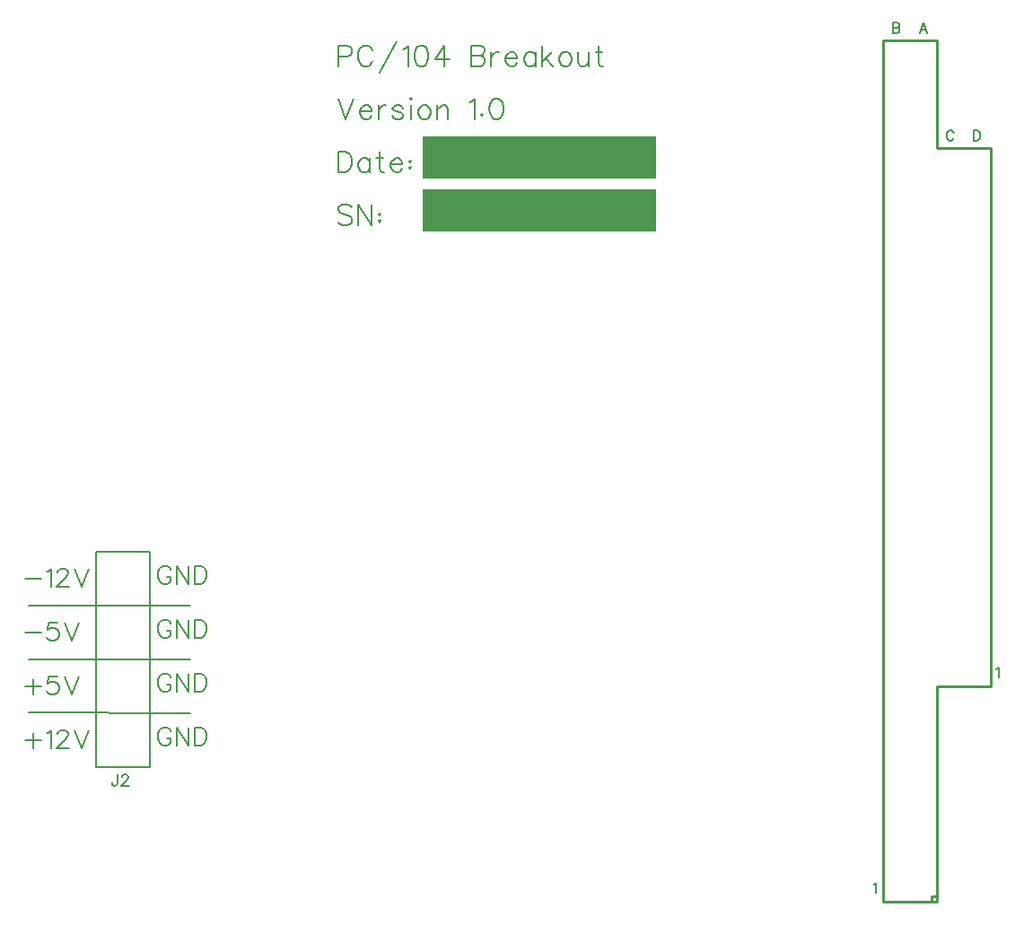
<source format=gto>
G04 Layer: TopSilkscreenLayer*
G04 EasyEDA v6.5.20, 2023-08-23 00:17:06*
G04 a67cddfb3fce44daa9051d46cbbcc19f,10*
G04 Gerber Generator version 0.2*
G04 Scale: 100 percent, Rotated: No, Reflected: No *
G04 Dimensions in millimeters *
G04 leading zeros omitted , absolute positions ,4 integer and 5 decimal *
%FSLAX45Y45*%
%MOMM*%

%ADD10C,0.2032*%
%ADD11C,0.1524*%
%ADD12C,0.2000*%
%ADD13C,0.2540*%

%LPD*%
D10*
X173736Y2103120D02*
G01*
X173736Y1955800D01*
X100076Y2029460D02*
G01*
X247395Y2029460D01*
X301244Y2094992D02*
G01*
X317754Y2103120D01*
X342137Y2127757D01*
X342137Y1955800D01*
X404368Y2086610D02*
G01*
X404368Y2094992D01*
X412495Y2111247D01*
X420623Y2119376D01*
X437134Y2127757D01*
X469900Y2127757D01*
X486155Y2119376D01*
X494284Y2111247D01*
X502665Y2094992D01*
X502665Y2078481D01*
X494284Y2062226D01*
X478028Y2037587D01*
X396239Y1955800D01*
X510794Y1955800D01*
X564642Y2127757D02*
G01*
X630173Y1955800D01*
X695705Y2127757D02*
G01*
X630173Y1955800D01*
X173736Y2611120D02*
G01*
X173736Y2463800D01*
X100076Y2537460D02*
G01*
X247395Y2537460D01*
X399542Y2635757D02*
G01*
X317754Y2635757D01*
X309371Y2562097D01*
X317754Y2570226D01*
X342137Y2578354D01*
X366776Y2578354D01*
X391160Y2570226D01*
X407670Y2553715D01*
X415797Y2529331D01*
X415797Y2512821D01*
X407670Y2488437D01*
X391160Y2471928D01*
X366776Y2463800D01*
X342137Y2463800D01*
X317754Y2471928D01*
X309371Y2480055D01*
X301244Y2496565D01*
X469900Y2635757D02*
G01*
X535178Y2463800D01*
X600710Y2635757D02*
G01*
X535178Y2463800D01*
X100076Y3045460D02*
G01*
X247395Y3045460D01*
X399542Y3143757D02*
G01*
X317754Y3143757D01*
X309371Y3070097D01*
X317754Y3078226D01*
X342137Y3086354D01*
X366776Y3086354D01*
X391160Y3078226D01*
X407670Y3061715D01*
X415797Y3037331D01*
X415797Y3020821D01*
X407670Y2996437D01*
X391160Y2979928D01*
X366776Y2971800D01*
X342137Y2971800D01*
X317754Y2979928D01*
X309371Y2988055D01*
X301244Y3004565D01*
X469900Y3143757D02*
G01*
X535178Y2971800D01*
X600710Y3143757D02*
G01*
X535178Y2971800D01*
X100076Y3553460D02*
G01*
X247395Y3553460D01*
X301244Y3618992D02*
G01*
X317754Y3627120D01*
X342137Y3651504D01*
X342137Y3479800D01*
X404368Y3610610D02*
G01*
X404368Y3618992D01*
X412495Y3635247D01*
X420623Y3643376D01*
X437134Y3651504D01*
X469900Y3651504D01*
X486155Y3643376D01*
X494284Y3635247D01*
X502665Y3618992D01*
X502665Y3602481D01*
X494284Y3586226D01*
X478028Y3561587D01*
X396239Y3479800D01*
X510794Y3479800D01*
X564642Y3651504D02*
G01*
X630173Y3479800D01*
X695705Y3651504D02*
G01*
X630173Y3479800D01*
X1472692Y3128771D02*
G01*
X1464563Y3145028D01*
X1448054Y3161537D01*
X1431797Y3169665D01*
X1399031Y3169665D01*
X1382776Y3161537D01*
X1366265Y3145028D01*
X1358137Y3128771D01*
X1350010Y3104134D01*
X1350010Y3063239D01*
X1358137Y3038602D01*
X1366265Y3022345D01*
X1382776Y3006089D01*
X1399031Y2997707D01*
X1431797Y2997707D01*
X1448054Y3006089D01*
X1464563Y3022345D01*
X1472692Y3038602D01*
X1472692Y3063239D01*
X1431797Y3063239D02*
G01*
X1472692Y3063239D01*
X1526794Y3169665D02*
G01*
X1526794Y2997707D01*
X1526794Y3169665D02*
G01*
X1641347Y2997707D01*
X1641347Y3169665D02*
G01*
X1641347Y2997707D01*
X1695195Y3169665D02*
G01*
X1695195Y2997707D01*
X1695195Y3169665D02*
G01*
X1752600Y3169665D01*
X1776984Y3161537D01*
X1793494Y3145028D01*
X1801621Y3128771D01*
X1809750Y3104134D01*
X1809750Y3063239D01*
X1801621Y3038602D01*
X1793494Y3022345D01*
X1776984Y3006089D01*
X1752600Y2997707D01*
X1695195Y2997707D01*
X1472692Y3636771D02*
G01*
X1464563Y3653028D01*
X1448054Y3669537D01*
X1431797Y3677665D01*
X1399031Y3677665D01*
X1382776Y3669537D01*
X1366265Y3653028D01*
X1358137Y3636771D01*
X1350010Y3612134D01*
X1350010Y3571239D01*
X1358137Y3546602D01*
X1366265Y3530345D01*
X1382776Y3514089D01*
X1399031Y3505707D01*
X1431797Y3505707D01*
X1448054Y3514089D01*
X1464563Y3530345D01*
X1472692Y3546602D01*
X1472692Y3571239D01*
X1431797Y3571239D02*
G01*
X1472692Y3571239D01*
X1526794Y3677665D02*
G01*
X1526794Y3505707D01*
X1526794Y3677665D02*
G01*
X1641347Y3505707D01*
X1641347Y3677665D02*
G01*
X1641347Y3505707D01*
X1695195Y3677665D02*
G01*
X1695195Y3505707D01*
X1695195Y3677665D02*
G01*
X1752600Y3677665D01*
X1776984Y3669537D01*
X1793494Y3653028D01*
X1801621Y3636771D01*
X1809750Y3612134D01*
X1809750Y3571239D01*
X1801621Y3546602D01*
X1793494Y3530345D01*
X1776984Y3514089D01*
X1752600Y3505707D01*
X1695195Y3505707D01*
X1472692Y2620771D02*
G01*
X1464563Y2637028D01*
X1448054Y2653537D01*
X1431797Y2661665D01*
X1399031Y2661665D01*
X1382776Y2653537D01*
X1366265Y2637028D01*
X1358137Y2620771D01*
X1350010Y2596134D01*
X1350010Y2555239D01*
X1358137Y2530602D01*
X1366265Y2514345D01*
X1382776Y2498089D01*
X1399031Y2489707D01*
X1431797Y2489707D01*
X1448054Y2498089D01*
X1464563Y2514345D01*
X1472692Y2530602D01*
X1472692Y2555239D01*
X1431797Y2555239D02*
G01*
X1472692Y2555239D01*
X1526794Y2661665D02*
G01*
X1526794Y2489707D01*
X1526794Y2661665D02*
G01*
X1641347Y2489707D01*
X1641347Y2661665D02*
G01*
X1641347Y2489707D01*
X1695195Y2661665D02*
G01*
X1695195Y2489707D01*
X1695195Y2661665D02*
G01*
X1752600Y2661665D01*
X1776984Y2653537D01*
X1793494Y2637028D01*
X1801621Y2620771D01*
X1809750Y2596134D01*
X1809750Y2555239D01*
X1801621Y2530602D01*
X1793494Y2514345D01*
X1776984Y2498089D01*
X1752600Y2489707D01*
X1695195Y2489707D01*
X1472692Y2112771D02*
G01*
X1464563Y2129028D01*
X1448054Y2145537D01*
X1431797Y2153665D01*
X1399031Y2153665D01*
X1382776Y2145537D01*
X1366265Y2129028D01*
X1358137Y2112771D01*
X1350010Y2088134D01*
X1350010Y2047239D01*
X1358137Y2022602D01*
X1366265Y2006345D01*
X1382776Y1990089D01*
X1399031Y1981707D01*
X1431797Y1981707D01*
X1448054Y1990089D01*
X1464563Y2006345D01*
X1472692Y2022602D01*
X1472692Y2047239D01*
X1431797Y2047239D02*
G01*
X1472692Y2047239D01*
X1526794Y2153665D02*
G01*
X1526794Y1981707D01*
X1526794Y2153665D02*
G01*
X1641347Y1981707D01*
X1641347Y2153665D02*
G01*
X1641347Y1981707D01*
X1695195Y2153665D02*
G01*
X1695195Y1981707D01*
X1695195Y2153665D02*
G01*
X1752600Y2153665D01*
X1776984Y2145537D01*
X1793494Y2129028D01*
X1801621Y2112771D01*
X1809750Y2088134D01*
X1809750Y2047239D01*
X1801621Y2022602D01*
X1793494Y2006345D01*
X1776984Y1990089D01*
X1752600Y1981707D01*
X1695195Y1981707D01*
X3048000Y8587102D02*
G01*
X3048000Y8393046D01*
X3048000Y8587102D02*
G01*
X3131058Y8587102D01*
X3158743Y8577704D01*
X3168141Y8568560D01*
X3177286Y8550018D01*
X3177286Y8522332D01*
X3168141Y8503790D01*
X3158743Y8494646D01*
X3131058Y8485502D01*
X3048000Y8485502D01*
X3376929Y8540874D02*
G01*
X3367531Y8559416D01*
X3348990Y8577704D01*
X3330702Y8587102D01*
X3293618Y8587102D01*
X3275329Y8577704D01*
X3256788Y8559416D01*
X3247390Y8540874D01*
X3238245Y8513188D01*
X3238245Y8466960D01*
X3247390Y8439274D01*
X3256788Y8420732D01*
X3275329Y8402190D01*
X3293618Y8393046D01*
X3330702Y8393046D01*
X3348990Y8402190D01*
X3367531Y8420732D01*
X3376929Y8439274D01*
X3604006Y8623932D02*
G01*
X3437890Y8328530D01*
X3664965Y8550018D02*
G01*
X3683508Y8559416D01*
X3711193Y8587102D01*
X3711193Y8393046D01*
X3827525Y8587102D02*
G01*
X3799840Y8577704D01*
X3781297Y8550018D01*
X3772154Y8503790D01*
X3772154Y8476104D01*
X3781297Y8430130D01*
X3799840Y8402190D01*
X3827525Y8393046D01*
X3846068Y8393046D01*
X3873754Y8402190D01*
X3892295Y8430130D01*
X3901440Y8476104D01*
X3901440Y8503790D01*
X3892295Y8550018D01*
X3873754Y8577704D01*
X3846068Y8587102D01*
X3827525Y8587102D01*
X4054856Y8587102D02*
G01*
X3962400Y8457816D01*
X4100829Y8457816D01*
X4054856Y8587102D02*
G01*
X4054856Y8393046D01*
X4304029Y8587102D02*
G01*
X4304029Y8393046D01*
X4304029Y8587102D02*
G01*
X4387341Y8587102D01*
X4415027Y8577704D01*
X4424172Y8568560D01*
X4433570Y8550018D01*
X4433570Y8531730D01*
X4424172Y8513188D01*
X4415027Y8503790D01*
X4387341Y8494646D01*
X4304029Y8494646D02*
G01*
X4387341Y8494646D01*
X4415027Y8485502D01*
X4424172Y8476104D01*
X4433570Y8457816D01*
X4433570Y8430130D01*
X4424172Y8411588D01*
X4415027Y8402190D01*
X4387341Y8393046D01*
X4304029Y8393046D01*
X4494529Y8522332D02*
G01*
X4494529Y8393046D01*
X4494529Y8466960D02*
G01*
X4503674Y8494646D01*
X4522215Y8513188D01*
X4540504Y8522332D01*
X4568190Y8522332D01*
X4629150Y8466960D02*
G01*
X4740147Y8466960D01*
X4740147Y8485502D01*
X4730750Y8503790D01*
X4721606Y8513188D01*
X4703063Y8522332D01*
X4675377Y8522332D01*
X4657090Y8513188D01*
X4638547Y8494646D01*
X4629150Y8466960D01*
X4629150Y8448418D01*
X4638547Y8420732D01*
X4657090Y8402190D01*
X4675377Y8393046D01*
X4703063Y8393046D01*
X4721606Y8402190D01*
X4740147Y8420732D01*
X4911852Y8522332D02*
G01*
X4911852Y8393046D01*
X4911852Y8494646D02*
G01*
X4893309Y8513188D01*
X4875022Y8522332D01*
X4847336Y8522332D01*
X4828793Y8513188D01*
X4810252Y8494646D01*
X4801108Y8466960D01*
X4801108Y8448418D01*
X4810252Y8420732D01*
X4828793Y8402190D01*
X4847336Y8393046D01*
X4875022Y8393046D01*
X4893309Y8402190D01*
X4911852Y8420732D01*
X4972811Y8587102D02*
G01*
X4972811Y8393046D01*
X5065268Y8522332D02*
G01*
X4972811Y8430130D01*
X5009895Y8466960D02*
G01*
X5074411Y8393046D01*
X5181600Y8522332D02*
G01*
X5163058Y8513188D01*
X5144770Y8494646D01*
X5135372Y8466960D01*
X5135372Y8448418D01*
X5144770Y8420732D01*
X5163058Y8402190D01*
X5181600Y8393046D01*
X5209286Y8393046D01*
X5227827Y8402190D01*
X5246370Y8420732D01*
X5255513Y8448418D01*
X5255513Y8466960D01*
X5246370Y8494646D01*
X5227827Y8513188D01*
X5209286Y8522332D01*
X5181600Y8522332D01*
X5316474Y8522332D02*
G01*
X5316474Y8430130D01*
X5325618Y8402190D01*
X5344159Y8393046D01*
X5371845Y8393046D01*
X5390388Y8402190D01*
X5418074Y8430130D01*
X5418074Y8522332D02*
G01*
X5418074Y8393046D01*
X5506720Y8587102D02*
G01*
X5506720Y8430130D01*
X5515863Y8402190D01*
X5534406Y8393046D01*
X5552947Y8393046D01*
X5479034Y8522332D02*
G01*
X5543550Y8522332D01*
X3047982Y8087034D02*
G01*
X3121873Y7893072D01*
X3195764Y8087034D02*
G01*
X3121873Y7893072D01*
X3256724Y7966963D02*
G01*
X3367559Y7966963D01*
X3367559Y7985434D01*
X3358324Y8003908D01*
X3349086Y8013143D01*
X3330615Y8022381D01*
X3302906Y8022381D01*
X3284433Y8013143D01*
X3265959Y7994672D01*
X3256724Y7966963D01*
X3256724Y7948490D01*
X3265959Y7920781D01*
X3284433Y7902308D01*
X3302906Y7893072D01*
X3330615Y7893072D01*
X3349086Y7902308D01*
X3367559Y7920781D01*
X3428519Y8022381D02*
G01*
X3428519Y7893072D01*
X3428519Y7966963D02*
G01*
X3437757Y7994672D01*
X3456228Y8013143D01*
X3474702Y8022381D01*
X3502411Y8022381D01*
X3664971Y7994672D02*
G01*
X3655735Y8013143D01*
X3628026Y8022381D01*
X3600317Y8022381D01*
X3572606Y8013143D01*
X3563371Y7994672D01*
X3572606Y7976199D01*
X3591079Y7966963D01*
X3637262Y7957726D01*
X3655735Y7948490D01*
X3664971Y7930017D01*
X3664971Y7920781D01*
X3655735Y7902308D01*
X3628026Y7893072D01*
X3600317Y7893072D01*
X3572606Y7902308D01*
X3563371Y7920781D01*
X3725931Y8087034D02*
G01*
X3735166Y8077799D01*
X3744404Y8087034D01*
X3735166Y8096272D01*
X3725931Y8087034D01*
X3735166Y8022381D02*
G01*
X3735166Y7893072D01*
X3851546Y8022381D02*
G01*
X3833073Y8013143D01*
X3814599Y7994672D01*
X3805364Y7966963D01*
X3805364Y7948490D01*
X3814599Y7920781D01*
X3833073Y7902308D01*
X3851546Y7893072D01*
X3879255Y7893072D01*
X3897726Y7902308D01*
X3916199Y7920781D01*
X3925437Y7948490D01*
X3925437Y7966963D01*
X3916199Y7994672D01*
X3897726Y8013143D01*
X3879255Y8022381D01*
X3851546Y8022381D01*
X3986397Y8022381D02*
G01*
X3986397Y7893072D01*
X3986397Y7985434D02*
G01*
X4014106Y8013143D01*
X4032577Y8022381D01*
X4060286Y8022381D01*
X4078759Y8013143D01*
X4087997Y7985434D01*
X4087997Y7893072D01*
X4291197Y8050090D02*
G01*
X4309668Y8059326D01*
X4337377Y8087034D01*
X4337377Y7893072D01*
X4407575Y7939252D02*
G01*
X4398337Y7930017D01*
X4407575Y7920781D01*
X4416811Y7930017D01*
X4407575Y7939252D01*
X4533188Y8087034D02*
G01*
X4505479Y8077799D01*
X4487006Y8050090D01*
X4477771Y8003908D01*
X4477771Y7976199D01*
X4487006Y7930017D01*
X4505479Y7902308D01*
X4533188Y7893072D01*
X4551662Y7893072D01*
X4579371Y7902308D01*
X4597844Y7930017D01*
X4607079Y7976199D01*
X4607079Y8003908D01*
X4597844Y8050090D01*
X4579371Y8077799D01*
X4551662Y8087034D01*
X4533188Y8087034D01*
X3047992Y7587038D02*
G01*
X3047992Y7393076D01*
X3047992Y7587038D02*
G01*
X3112648Y7587038D01*
X3140356Y7577802D01*
X3158827Y7559329D01*
X3168065Y7540856D01*
X3177301Y7513147D01*
X3177301Y7466967D01*
X3168065Y7439256D01*
X3158827Y7420785D01*
X3140356Y7402311D01*
X3112648Y7393076D01*
X3047992Y7393076D01*
X3349096Y7522385D02*
G01*
X3349096Y7393076D01*
X3349096Y7494676D02*
G01*
X3330625Y7513147D01*
X3312152Y7522385D01*
X3284443Y7522385D01*
X3265970Y7513147D01*
X3247496Y7494676D01*
X3238261Y7466967D01*
X3238261Y7448494D01*
X3247496Y7420785D01*
X3265970Y7402311D01*
X3284443Y7393076D01*
X3312152Y7393076D01*
X3330625Y7402311D01*
X3349096Y7420785D01*
X3437768Y7587038D02*
G01*
X3437768Y7430020D01*
X3447003Y7402311D01*
X3465476Y7393076D01*
X3483947Y7393076D01*
X3410056Y7522385D02*
G01*
X3474712Y7522385D01*
X3544907Y7466967D02*
G01*
X3655745Y7466967D01*
X3655745Y7485438D01*
X3646507Y7503911D01*
X3637272Y7513147D01*
X3618798Y7522385D01*
X3591090Y7522385D01*
X3572616Y7513147D01*
X3554145Y7494676D01*
X3544907Y7466967D01*
X3544907Y7448494D01*
X3554145Y7420785D01*
X3572616Y7402311D01*
X3591090Y7393076D01*
X3618798Y7393076D01*
X3637272Y7402311D01*
X3655745Y7420785D01*
X3725941Y7503911D02*
G01*
X3716705Y7494676D01*
X3725941Y7485438D01*
X3735176Y7494676D01*
X3725941Y7503911D01*
X3725941Y7439256D02*
G01*
X3716705Y7430020D01*
X3725941Y7420785D01*
X3735176Y7430020D01*
X3725941Y7439256D01*
X3177301Y7059330D02*
G01*
X3158827Y7077803D01*
X3131118Y7087039D01*
X3094174Y7087039D01*
X3066465Y7077803D01*
X3047992Y7059330D01*
X3047992Y7040857D01*
X3057227Y7022386D01*
X3066465Y7013148D01*
X3084936Y7003912D01*
X3140356Y6985439D01*
X3158827Y6976203D01*
X3168065Y6966968D01*
X3177301Y6948495D01*
X3177301Y6920786D01*
X3158827Y6902312D01*
X3131118Y6893077D01*
X3094174Y6893077D01*
X3066465Y6902312D01*
X3047992Y6920786D01*
X3238261Y7087039D02*
G01*
X3238261Y6893077D01*
X3238261Y7087039D02*
G01*
X3367570Y6893077D01*
X3367570Y7087039D02*
G01*
X3367570Y6893077D01*
X3437768Y7003912D02*
G01*
X3428530Y6994677D01*
X3437768Y6985439D01*
X3447003Y6994677D01*
X3437768Y7003912D01*
X3437768Y6939257D02*
G01*
X3428530Y6930021D01*
X3437768Y6920786D01*
X3447003Y6930021D01*
X3437768Y6939257D01*
X8102600Y668273D02*
G01*
X8111743Y672845D01*
X8125713Y686815D01*
X8125713Y589787D01*
X9258300Y2700273D02*
G01*
X9267443Y2704845D01*
X9281413Y2718815D01*
X9281413Y2621787D01*
X8571229Y8802115D02*
G01*
X8534400Y8705087D01*
X8571229Y8802115D02*
G01*
X8608313Y8705087D01*
X8548370Y8737345D02*
G01*
X8594343Y8737345D01*
X8280400Y8802115D02*
G01*
X8280400Y8705087D01*
X8280400Y8802115D02*
G01*
X8322056Y8802115D01*
X8335772Y8797289D01*
X8340343Y8792718D01*
X8345170Y8783574D01*
X8345170Y8774429D01*
X8340343Y8765031D01*
X8335772Y8760460D01*
X8322056Y8755887D01*
X8280400Y8755887D02*
G01*
X8322056Y8755887D01*
X8335772Y8751315D01*
X8340343Y8746489D01*
X8345170Y8737345D01*
X8345170Y8723629D01*
X8340343Y8714231D01*
X8335772Y8709660D01*
X8322056Y8705087D01*
X8280400Y8705087D01*
X8857741Y7763002D02*
G01*
X8853170Y7772145D01*
X8843772Y7781289D01*
X8834627Y7786115D01*
X8816086Y7786115D01*
X8806941Y7781289D01*
X8797543Y7772145D01*
X8792972Y7763002D01*
X8788400Y7749031D01*
X8788400Y7725918D01*
X8792972Y7712202D01*
X8797543Y7702804D01*
X8806941Y7693660D01*
X8816086Y7689087D01*
X8834627Y7689087D01*
X8843772Y7693660D01*
X8853170Y7702804D01*
X8857741Y7712202D01*
X9042400Y7786115D02*
G01*
X9042400Y7689087D01*
X9042400Y7786115D02*
G01*
X9074658Y7786115D01*
X9088627Y7781289D01*
X9097772Y7772145D01*
X9102343Y7763002D01*
X9107170Y7749031D01*
X9107170Y7725918D01*
X9102343Y7712202D01*
X9097772Y7702804D01*
X9088627Y7693660D01*
X9074658Y7689087D01*
X9042400Y7689087D01*
D11*
X968067Y1709313D02*
G01*
X968067Y1626255D01*
X962733Y1610507D01*
X957653Y1605427D01*
X947239Y1600347D01*
X936825Y1600347D01*
X926411Y1605427D01*
X921077Y1610507D01*
X915997Y1626255D01*
X915997Y1636669D01*
X1007437Y1683405D02*
G01*
X1007437Y1688485D01*
X1012517Y1698899D01*
X1017851Y1704233D01*
X1028265Y1709313D01*
X1049093Y1709313D01*
X1059507Y1704233D01*
X1064587Y1698899D01*
X1069667Y1688485D01*
X1069667Y1678071D01*
X1064587Y1667657D01*
X1054173Y1652163D01*
X1002357Y1600347D01*
X1075001Y1600347D01*
G36*
X3847998Y7231989D02*
G01*
X3847998Y6831990D01*
X6047994Y6831990D01*
X6047994Y7231989D01*
G37*
G36*
X3847998Y7732014D02*
G01*
X3847998Y7331964D01*
X6047994Y7331964D01*
X6047994Y7732014D01*
G37*
D12*
X1651000Y3301994D02*
G01*
X127000Y3301994D01*
X1651000Y2793994D02*
G01*
X127000Y2793994D01*
X1651000Y2285994D02*
G01*
X126994Y2293602D01*
D13*
X8648700Y508000D02*
G01*
X8648700Y558800D01*
X8699500Y558800D01*
X8191500Y508000D02*
G01*
X8699500Y508000D01*
X8699500Y2540000D01*
X9207500Y2540000D01*
X9207500Y7620000D01*
X8699500Y7620000D01*
X8699500Y8636000D01*
X8191500Y8636000D01*
X8191500Y508000D01*
D10*
X1269997Y1777994D02*
G01*
X1269997Y3809994D01*
X761997Y3809994D01*
X761997Y1777994D01*
X1269997Y1777994D01*
M02*

</source>
